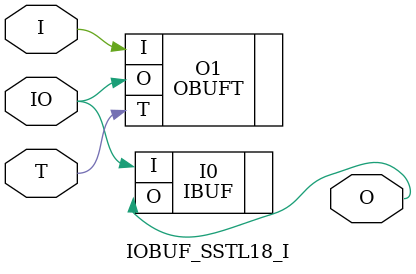
<source format=v>


`timescale  1 ps / 1 ps


module IOBUF_SSTL18_I (O, IO, I, T);

    output O;

    inout  IO;

    input  I, T;

        OBUFT #(.IOSTANDARD("SSTL18_I") ) O1 (.O(IO), .I(I), .T(T)); 
	IBUF #(.IOSTANDARD("SSTL18_I"))  I0 (.O(O), .I(IO));
        

endmodule



</source>
